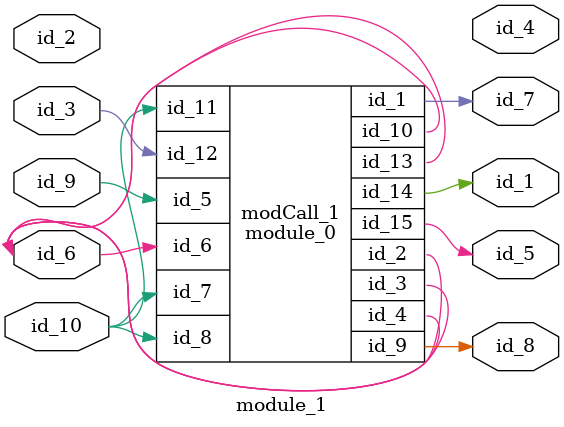
<source format=v>
module module_0 (
    id_1,
    id_2,
    id_3,
    id_4,
    id_5,
    id_6,
    id_7,
    id_8,
    id_9,
    id_10,
    id_11,
    id_12,
    id_13,
    id_14,
    id_15
);
  output wire id_15;
  output wire id_14;
  inout wire id_13;
  input wire id_12;
  input wire id_11;
  inout wire id_10;
  output wire id_9;
  input wire id_8;
  input wire id_7;
  input wire id_6;
  input wire id_5;
  inout wire id_4;
  inout wire id_3;
  output wire id_2;
  output wire id_1;
  wire id_16;
endmodule
module module_1 (
    id_1,
    id_2,
    id_3,
    id_4,
    id_5,
    id_6,
    id_7,
    id_8,
    id_9,
    id_10
);
  input wire id_10;
  input wire id_9;
  output wire id_8;
  output wire id_7;
  inout wire id_6;
  output wire id_5;
  output wire id_4;
  input wire id_3;
  input wire id_2;
  output wire id_1;
  module_0 modCall_1 (
      id_7,
      id_6,
      id_6,
      id_6,
      id_9,
      id_6,
      id_10,
      id_10,
      id_8,
      id_6,
      id_10,
      id_3,
      id_6,
      id_1,
      id_5
  );
endmodule

</source>
